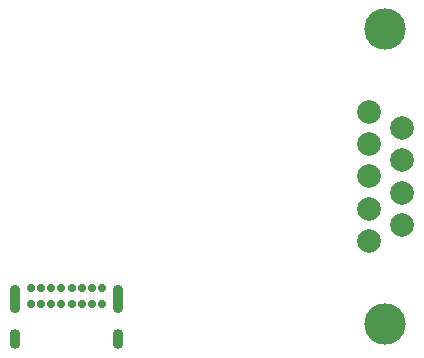
<source format=gbs>
%TF.GenerationSoftware,KiCad,Pcbnew,(5.1.9)-1*%
%TF.CreationDate,2021-02-06T23:27:04-06:00*%
%TF.ProjectId,USB2CAN,55534232-4341-44e2-9e6b-696361645f70,rev?*%
%TF.SameCoordinates,Original*%
%TF.FileFunction,Soldermask,Bot*%
%TF.FilePolarity,Negative*%
%FSLAX46Y46*%
G04 Gerber Fmt 4.6, Leading zero omitted, Abs format (unit mm)*
G04 Created by KiCad (PCBNEW (5.1.9)-1) date 2021-02-06 23:27:04*
%MOMM*%
%LPD*%
G01*
G04 APERTURE LIST*
%ADD10C,3.500000*%
%ADD11C,2.000000*%
%ADD12O,0.900000X1.700000*%
%ADD13O,0.900000X2.400000*%
%ADD14C,0.700000*%
G04 APERTURE END LIST*
D10*
X161544000Y-90324200D03*
X161544000Y-115314200D03*
D11*
X160124000Y-108299200D03*
X162964000Y-106929200D03*
X160124000Y-105559200D03*
X162964000Y-104189200D03*
X160124000Y-102819200D03*
X162964000Y-101449200D03*
X160124000Y-100079200D03*
X162964000Y-98709200D03*
X160124000Y-97339200D03*
D12*
X138872000Y-116628000D03*
X130222000Y-116628000D03*
D13*
X138872000Y-113248000D03*
X130222000Y-113248000D03*
D14*
X134972000Y-113618000D03*
X137522000Y-113618000D03*
X136672000Y-113618000D03*
X135822000Y-113618000D03*
X131572000Y-113618000D03*
X133272000Y-113618000D03*
X134122000Y-113618000D03*
X132422000Y-113618000D03*
X137522000Y-112268000D03*
X136672000Y-112268000D03*
X135822000Y-112268000D03*
X134972000Y-112268000D03*
X134122000Y-112268000D03*
X133272000Y-112268000D03*
X132422000Y-112268000D03*
X131572000Y-112268000D03*
M02*

</source>
